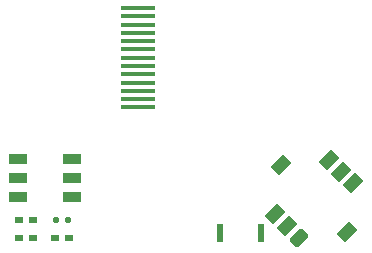
<source format=gtp>
G04*
G04 #@! TF.GenerationSoftware,Altium Limited,Altium Designer,21.2.0 (30)*
G04*
G04 Layer_Color=8421504*
%FSLAX24Y24*%
%MOIN*%
G70*
G04*
G04 #@! TF.SameCoordinates,7FD8D1C1-8453-446E-9C5A-4270D5F62F01*
G04*
G04*
G04 #@! TF.FilePolarity,Positive*
G04*
G01*
G75*
G04:AMPARAMS|DCode=14|XSize=59.1mil|YSize=39.4mil|CornerRadius=0mil|HoleSize=0mil|Usage=FLASHONLY|Rotation=45.000|XOffset=0mil|YOffset=0mil|HoleType=Round|Shape=Rectangle|*
%AMROTATEDRECTD14*
4,1,4,-0.0070,-0.0348,-0.0348,-0.0070,0.0070,0.0348,0.0348,0.0070,-0.0070,-0.0348,0.0*
%
%ADD14ROTATEDRECTD14*%

G04:AMPARAMS|DCode=15|XSize=59.1mil|YSize=39.4mil|CornerRadius=9.8mil|HoleSize=0mil|Usage=FLASHONLY|Rotation=45.000|XOffset=0mil|YOffset=0mil|HoleType=Round|Shape=RoundedRectangle|*
%AMROUNDEDRECTD15*
21,1,0.0591,0.0197,0,0,45.0*
21,1,0.0394,0.0394,0,0,45.0*
1,1,0.0197,0.0209,0.0070*
1,1,0.0197,-0.0070,-0.0209*
1,1,0.0197,-0.0209,-0.0070*
1,1,0.0197,0.0070,0.0209*
%
%ADD15ROUNDEDRECTD15*%
%ADD16R,0.0260X0.0200*%
%ADD17R,0.0197X0.0591*%
G04:AMPARAMS|DCode=18|XSize=20mil|YSize=20mil|CornerRadius=5mil|HoleSize=0mil|Usage=FLASHONLY|Rotation=90.000|XOffset=0mil|YOffset=0mil|HoleType=Round|Shape=RoundedRectangle|*
%AMROUNDEDRECTD18*
21,1,0.0200,0.0100,0,0,90.0*
21,1,0.0100,0.0200,0,0,90.0*
1,1,0.0100,0.0050,0.0050*
1,1,0.0100,0.0050,-0.0050*
1,1,0.0100,-0.0050,-0.0050*
1,1,0.0100,-0.0050,0.0050*
%
%ADD18ROUNDEDRECTD18*%
%ADD19R,0.0640X0.0353*%
%ADD20R,0.1181X0.0138*%
D14*
X9836Y3613D02*
D03*
X12063Y1386D02*
D03*
X11465Y3794D02*
D03*
X11855Y3405D02*
D03*
X12244Y3015D02*
D03*
X10045Y1595D02*
D03*
X9655Y1985D02*
D03*
D15*
X10435Y1205D02*
D03*
D16*
X1600Y1200D02*
D03*
X1120D02*
D03*
X2310D02*
D03*
X2790D02*
D03*
X1590Y1800D02*
D03*
X1110D02*
D03*
D17*
X9189Y1350D02*
D03*
X7811Y1350D02*
D03*
D18*
X2350Y1800D02*
D03*
X2750D02*
D03*
D19*
X1099Y2570D02*
D03*
Y3200D02*
D03*
Y3830D02*
D03*
X2900D02*
D03*
Y3200D02*
D03*
Y2570D02*
D03*
D20*
X5100Y5548D02*
D03*
Y8579D02*
D03*
Y8855D02*
D03*
Y8304D02*
D03*
Y7477D02*
D03*
Y7201D02*
D03*
Y7752D02*
D03*
Y8028D02*
D03*
Y6926D02*
D03*
Y6650D02*
D03*
Y6374D02*
D03*
Y6099D02*
D03*
Y5823D02*
D03*
M02*

</source>
